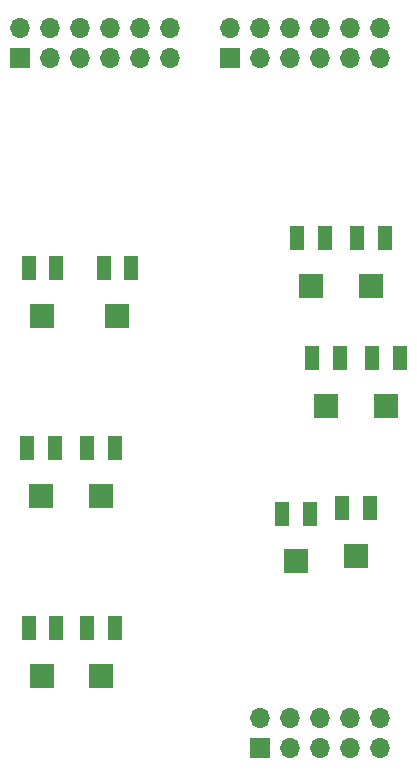
<source format=gbs>
%TF.GenerationSoftware,KiCad,Pcbnew,5.1.10-88a1d61d58~90~ubuntu20.10.1*%
%TF.CreationDate,2021-10-06T21:45:22-04:00*%
%TF.ProjectId,vco,76636f2e-6b69-4636-9164-5f7063625858,rev?*%
%TF.SameCoordinates,Original*%
%TF.FileFunction,Soldermask,Bot*%
%TF.FilePolarity,Negative*%
%FSLAX46Y46*%
G04 Gerber Fmt 4.6, Leading zero omitted, Abs format (unit mm)*
G04 Created by KiCad (PCBNEW 5.1.10-88a1d61d58~90~ubuntu20.10.1) date 2021-10-06 21:45:22*
%MOMM*%
%LPD*%
G01*
G04 APERTURE LIST*
%ADD10R,2.000000X2.000000*%
%ADD11R,1.300000X2.000000*%
%ADD12O,1.700000X1.700000*%
%ADD13R,1.700000X1.700000*%
G04 APERTURE END LIST*
D10*
%TO.C,RV1*%
X137160000Y-101155000D03*
D11*
X136010000Y-97155000D03*
X138310000Y-97155000D03*
%TD*%
D10*
%TO.C,RV12*%
X166250000Y-108775000D03*
D11*
X165100000Y-104775000D03*
X167400000Y-104775000D03*
%TD*%
D10*
%TO.C,RV11*%
X161170000Y-108775000D03*
D11*
X160020000Y-104775000D03*
X162320000Y-104775000D03*
%TD*%
D10*
%TO.C,RV10*%
X163710000Y-121475000D03*
D11*
X162560000Y-117475000D03*
X164860000Y-117475000D03*
%TD*%
D10*
%TO.C,RV9*%
X158630000Y-121920000D03*
D11*
X157480000Y-117920000D03*
X159780000Y-117920000D03*
%TD*%
D10*
%TO.C,RV8*%
X164980000Y-98615000D03*
D11*
X163830000Y-94615000D03*
X166130000Y-94615000D03*
%TD*%
D10*
%TO.C,RV7*%
X159900000Y-98615000D03*
D11*
X158750000Y-94615000D03*
X161050000Y-94615000D03*
%TD*%
D10*
%TO.C,RV6*%
X142120000Y-131635000D03*
D11*
X140970000Y-127635000D03*
X143270000Y-127635000D03*
%TD*%
D10*
%TO.C,RV5*%
X137160000Y-131635000D03*
D11*
X136010000Y-127635000D03*
X138310000Y-127635000D03*
%TD*%
D10*
%TO.C,RV4*%
X142120000Y-116395000D03*
D11*
X140970000Y-112395000D03*
X143270000Y-112395000D03*
%TD*%
D10*
%TO.C,RV3*%
X137040000Y-116395000D03*
D11*
X135890000Y-112395000D03*
X138190000Y-112395000D03*
%TD*%
D10*
%TO.C,RV2*%
X143510000Y-101155000D03*
D11*
X142360000Y-97155000D03*
X144660000Y-97155000D03*
%TD*%
D12*
%TO.C,J1*%
X165735000Y-135255000D03*
X165735000Y-137795000D03*
X163195000Y-135255000D03*
X163195000Y-137795000D03*
X160655000Y-135255000D03*
X160655000Y-137795000D03*
X158115000Y-135255000D03*
X158115000Y-137795000D03*
X155575000Y-135255000D03*
D13*
X155575000Y-137795000D03*
%TD*%
D12*
%TO.C,J2*%
X165735000Y-76835000D03*
X165735000Y-79375000D03*
X163195000Y-76835000D03*
X163195000Y-79375000D03*
X160655000Y-76835000D03*
X160655000Y-79375000D03*
X158115000Y-76835000D03*
X158115000Y-79375000D03*
X155575000Y-76835000D03*
X155575000Y-79375000D03*
X153035000Y-76835000D03*
D13*
X153035000Y-79375000D03*
%TD*%
D12*
%TO.C,J3*%
X147955000Y-76835000D03*
X147955000Y-79375000D03*
X145415000Y-76835000D03*
X145415000Y-79375000D03*
X142875000Y-76835000D03*
X142875000Y-79375000D03*
X140335000Y-76835000D03*
X140335000Y-79375000D03*
X137795000Y-76835000D03*
X137795000Y-79375000D03*
X135255000Y-76835000D03*
D13*
X135255000Y-79375000D03*
%TD*%
M02*

</source>
